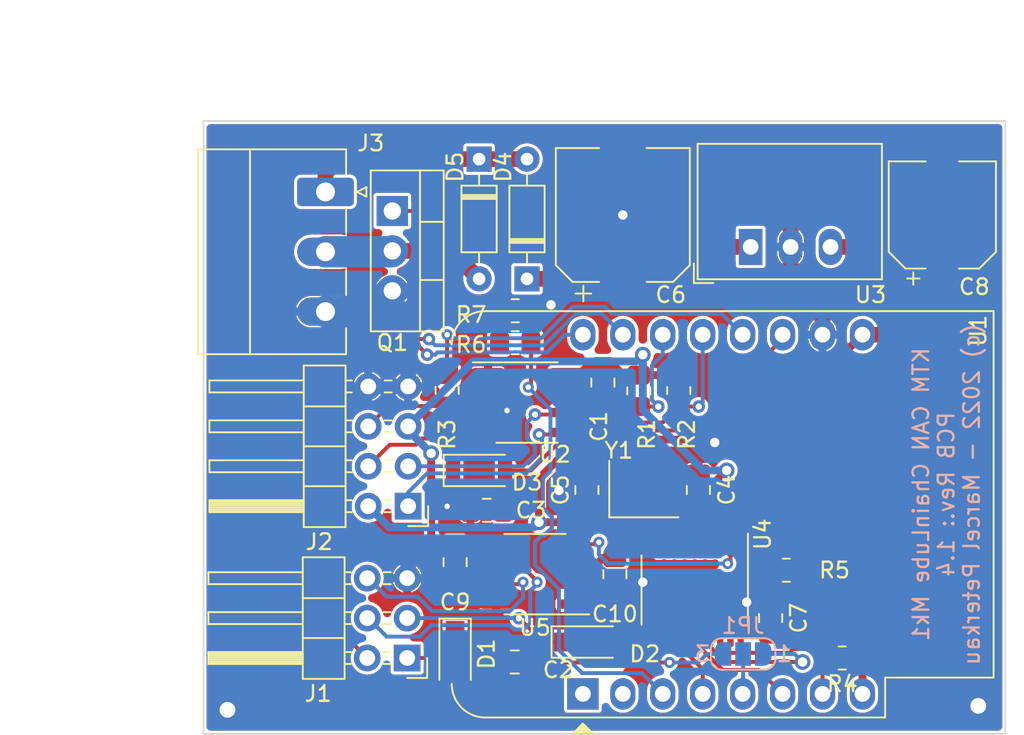
<source format=kicad_pcb>
(kicad_pcb (version 20211014) (generator pcbnew)

  (general
    (thickness 1.6)
  )

  (paper "A4")
  (layers
    (0 "F.Cu" signal)
    (31 "B.Cu" signal)
    (32 "B.Adhes" user "B.Adhesive")
    (33 "F.Adhes" user "F.Adhesive")
    (34 "B.Paste" user)
    (35 "F.Paste" user)
    (36 "B.SilkS" user "B.Silkscreen")
    (37 "F.SilkS" user "F.Silkscreen")
    (38 "B.Mask" user)
    (39 "F.Mask" user)
    (40 "Dwgs.User" user "User.Drawings")
    (41 "Cmts.User" user "User.Comments")
    (42 "Eco1.User" user "User.Eco1")
    (43 "Eco2.User" user "User.Eco2")
    (44 "Edge.Cuts" user)
    (45 "Margin" user)
    (46 "B.CrtYd" user "B.Courtyard")
    (47 "F.CrtYd" user "F.Courtyard")
    (48 "B.Fab" user)
    (49 "F.Fab" user)
  )

  (setup
    (pad_to_mask_clearance 0)
    (pcbplotparams
      (layerselection 0x00010fc_ffffffff)
      (disableapertmacros false)
      (usegerberextensions true)
      (usegerberattributes false)
      (usegerberadvancedattributes false)
      (creategerberjobfile false)
      (svguseinch false)
      (svgprecision 6)
      (excludeedgelayer true)
      (plotframeref false)
      (viasonmask false)
      (mode 1)
      (useauxorigin false)
      (hpglpennumber 1)
      (hpglpenspeed 20)
      (hpglpendiameter 15.000000)
      (dxfpolygonmode true)
      (dxfimperialunits true)
      (dxfusepcbnewfont true)
      (psnegative false)
      (psa4output false)
      (plotreference true)
      (plotvalue false)
      (plotinvisibletext false)
      (sketchpadsonfab false)
      (subtractmaskfromsilk true)
      (outputformat 1)
      (mirror false)
      (drillshape 0)
      (scaleselection 1)
      (outputdirectory "gerber/")
    )
  )

  (net 0 "")
  (net 1 "GND")
  (net 2 "Net-(C2-Pad1)")
  (net 3 "+5V")
  (net 4 "Net-(C3-Pad1)")
  (net 5 "Net-(D2-Pad1)")
  (net 6 "Net-(C4-Pad1)")
  (net 7 "Net-(Q1-Pad1)")
  (net 8 "MISO")
  (net 9 "+3V3")
  (net 10 "PUMP")
  (net 11 "CS")
  (net 12 "SCK")
  (net 13 "MOSI")
  (net 14 "Net-(C5-Pad1)")
  (net 15 "Net-(C6-Pad1)")
  (net 16 "VDC")
  (net 17 "Net-(JP1-Pad2)")
  (net 18 "Net-(R3-Pad2)")
  (net 19 "Net-(R5-Pad2)")
  (net 20 "unconnected-(U1-Pad1)")
  (net 21 "unconnected-(U1-Pad2)")
  (net 22 "Net-(U4-Pad1)")
  (net 23 "Net-(U4-Pad2)")
  (net 24 "unconnected-(U4-Pad3)")
  (net 25 "unconnected-(U4-Pad4)")
  (net 26 "unconnected-(U4-Pad5)")
  (net 27 "unconnected-(U4-Pad6)")
  (net 28 "unconnected-(U4-Pad7)")
  (net 29 "unconnected-(U4-Pad11)")
  (net 30 "unconnected-(U4-Pad12)")
  (net 31 "unconnected-(U4-Pad13)")
  (net 32 "unconnected-(U4-Pad15)")
  (net 33 "Net-(D1-Pad1)")
  (net 34 "CAN_L")
  (net 35 "CAN_H")
  (net 36 "Net-(J2-Pad1)")
  (net 37 "Net-(J2-Pad3)")
  (net 38 "Net-(J2-Pad6)")
  (net 39 "SERIAL_RX")
  (net 40 "Net-(D3-Pad1)")
  (net 41 "Net-(D5-Pad2)")
  (net 42 "SERIAL_TX")

  (footprint "Capacitor_SMD:C_0805_2012Metric_Pad1.18x1.45mm_HandSolder" (layer "F.Cu") (at 126.4705 84.836 180))

  (footprint "Capacitor_SMD:C_0805_2012Metric_Pad1.18x1.45mm_HandSolder" (layer "F.Cu") (at 128.2485 94.488 180))

  (footprint "Diode_SMD:D_SOD-123" (layer "F.Cu") (at 132.842 93.218))

  (footprint "Resistor_SMD:R_0805_2012Metric_Pad1.20x1.40mm_HandSolder" (layer "F.Cu") (at 123.952 77.2 90))

  (footprint "Resistor_SMD:R_0805_2012Metric_Pad1.20x1.40mm_HandSolder" (layer "F.Cu") (at 128.286 74.168))

  (footprint "Module:WEMOS_D1_mini_light" (layer "F.Cu") (at 132.588 96.52 90))

  (footprint "Capacitor_SMD:CP_Elec_6.3x7.7" (layer "F.Cu") (at 155.448 66.04 90))

  (footprint "Resistor_SMD:R_0805_2012Metric_Pad1.20x1.40mm_HandSolder" (layer "F.Cu") (at 128.286 72.136))

  (footprint "Diode_SMD:D_SOD-123" (layer "F.Cu") (at 125.984 82.296))

  (footprint "Converter_DCDC:Converter_DCDC_RECOM_R-78E-0.5_THT" (layer "F.Cu") (at 143.256 68.072))

  (footprint "Package_TO_SOT_THT:TO-220-3_Vertical" (layer "F.Cu") (at 120.467 65.786 -90))

  (footprint "Capacitor_SMD:CP_Elec_8x10" (layer "F.Cu") (at 135.128 66.04 90))

  (footprint "Capacitor_SMD:C_0805_2012Metric_Pad1.18x1.45mm_HandSolder" (layer "F.Cu") (at 133.858 76.708 -90))

  (footprint "Diode_THT:D_DO-35_SOD27_P7.62mm_Horizontal" (layer "F.Cu") (at 129.032 70.104 90))

  (footprint "Resistor_SMD:R_0805_2012Metric_Pad1.20x1.40mm_HandSolder" (layer "F.Cu") (at 138.684 77.216 90))

  (footprint "Resistor_SMD:R_0805_2012Metric_Pad1.20x1.40mm_HandSolder" (layer "F.Cu") (at 136.144 77.232 90))

  (footprint "Package_SO:SOIC-8_3.9x4.9mm_P1.27mm" (layer "F.Cu") (at 129.032 77.978))

  (footprint "Diode_THT:D_DO-35_SOD27_P7.62mm_Horizontal" (layer "F.Cu") (at 125.984 62.484 -90))

  (footprint "Package_SO:TSSOP-20_4.4x6.5mm_P0.65mm" (layer "F.Cu") (at 139.7 89.916 -90))

  (footprint "Connector_PinHeader_2.54mm:PinHeader_2x04_P2.54mm_Horizontal" (layer "F.Cu") (at 121.474 84.572 180))

  (footprint "Package_SO:SOIC-8_3.9x4.9mm_P1.27mm" (layer "F.Cu") (at 129.54 88.9 180))

  (footprint "Capacitor_SMD:C_0805_2012Metric_Pad1.18x1.45mm_HandSolder" (layer "F.Cu") (at 144.526 91.694 90))

  (footprint "Crystal:Crystal_SMD_EuroQuartz_X22-4Pin_2.5x2.0mm_HandSoldering" (layer "F.Cu") (at 136.4645 83.482))

  (footprint "Capacitor_SMD:C_0805_2012Metric_Pad1.18x1.45mm_HandSolder" (layer "F.Cu") (at 139.9325 83.5445 90))

  (footprint "Capacitor_SMD:C_0805_2012Metric_Pad1.18x1.45mm_HandSolder" (layer "F.Cu") (at 134.62 88.9 -90))

  (footprint "Capacitor_SMD:C_0805_2012Metric_Pad1.18x1.45mm_HandSolder" (layer "F.Cu") (at 124.46 88.138 -90))

  (footprint "Connector_Phoenix_MC:PhoenixContact_MC_1,5_3-G-3.81_1x03_P3.81mm_Horizontal" (layer "F.Cu") (at 116.2165 64.571 -90))

  (footprint "Connector_PinHeader_2.54mm:PinHeader_2x03_P2.54mm_Horizontal" (layer "F.Cu") (at 121.412 94.234 180))

  (footprint "Resistor_SMD:R_0805_2012Metric_Pad1.20x1.40mm_HandSolder" (layer "F.Cu") (at 145.526 88.646 180))

  (footprint "Resistor_SMD:R_0805_2012Metric_Pad1.20x1.40mm_HandSolder" (layer "F.Cu") (at 149.082 94.234 180))

  (footprint "Diode_SMD:D_SOD-123" (layer "F.Cu") (at 124.46 93.98 -90))

  (footprint "Capacitor_SMD:C_0805_2012Metric_Pad1.18x1.45mm_HandSolder" (layer "F.Cu") (at 132.842 83.5445 90))

  (footprint "Jumper:SolderJumper-3_P1.3mm_Open_RoundedPad1.0x1.5mm_NumberLabels" (layer "B.Cu") (at 142.778 93.98 180))

  (gr_line (start 159.458 99.06) (end 108.458 99.06) (layer "Edge.Cuts") (width 0.1) (tstamp 626679e8-6101-4722-ac57-5b8d9dab4c8b))
  (gr_line (start 108.458 60.06) (end 159.458 60.06) (layer "Edge.Cuts") (width 0.1) (tstamp 9f782c92-a5e8-49db-bfda-752b35522ce4))
  (gr_line (start 108.458 99.06) (end 108.458 60.06) (layer "Edge.Cuts") (width 0.1) (tstamp ccc4cc25-ac17-45ef-825c-e079951ffb21))
  (gr_line (start 159.458 60.06) (end 159.458 99.06) (layer "Edge.Cuts") (width 0.1) (tstamp da6f4122-0ecc-496f-b0fd-e4abef534976))
  (gr_text "KTM CAN ChainLube Mk1\nPCB Rev.: 1.4\n(c) 2022 - Marcel Peterkau" (at 155.702 83.82 90) (layer "B.SilkS") (tstamp 00000000-0000-0000-0000-000061de6936)
    (effects (font (size 1 1) (thickness 0.15)) (justify mirror))
  )
  (dimension (type aligned) (layer "Dwgs.User") (tstamp 7d0dab95-9e7a-486e-a1d7-fc48860fd57d)
    (pts (xy 108.458 99.06) (xy 108.458 60.06))
    (height -6.857999)
    (gr_text "39.0000 mm" (at 100.450001 79.56 90) (layer "Dwgs.User") (tstamp 7d0dab95-9e7a-486e-a1d7-fc48860fd57d)
      (effects (font (size 1 1) (thickness 0.15)))
    )
    (format (units 2) (units_format 1) (precision 4))
    (style (thickness 0.15) (arrow_length 1.27) (text_position_mode 0) (extension_height 0.58642) (extension_offset 0) keep_text_aligned)
  )
  (dimension (type aligned) (layer "Dwgs.User") (tstamp a7f25f41-0b4c-4430-b6cd-b2160b2db099)
    (pts (xy 108.458 60.06) (xy 159.458 60.06))
    (height -5.703999)
    (gr_text "51.0000 mm" (at 133.958 53.206001) (layer "Dwgs.User") (tstamp a7f25f41-0b4c-4430-b6cd-b2160b2db099)
      (effects (font (size 1 1) (thickness 0.15)))
    )
    (format (units 2) (units_format 1) (precision 4))
    (style (thickness 0.15) (arrow_length 1.27) (text_position_mode 0) (extension_height 0.58642) (extension_offset 0) keep_text_aligned)
  )

  (segment (start 134.069 81.28) (end 139.954 81.28) (width 0.5) (layer "F.Cu") (net 1) (tstamp 02e83b5e-9e3e-4ade-ae84-779a28212057))
  (segment (start 132.015 89.535) (end 132.969 89.535) (width 0.5) (layer "F.Cu") (net 1) (tstamp 0ecd8cf9-2db6-4dc0-85dc-4dbe645ca936))
  (segment (start 135.8685 89.9375) (end 136.398 89.408) (width 0.5) (layer "F.Cu") (net 1) (tstamp 1481a326-a01e-412c-80c1-59b5573ed7b1))
  (segment (start 140.716 80.518) (end 140.97 80.518) (width 0.5) (layer "F.Cu") (net 1) (tstamp 2364bc60-2c89-4a69-bb28-4cf85dbaf24b))
  (segment (start 133.3715 89.9375) (end 134.62 89.9375) (width 0.5) (layer "F.Cu") (net 1) (tstamp 27fb955a-2d8b-43e0-bdde-0e7f31ac7bf7))
  (segment (start 145.796 69.596) (end 147.828 71.628) (width 1) (layer "F.Cu") (net 1) (tstamp 2a1de22d-6451-488d-af77-0bf8841bd695))
  (segment (start 139.954 81.28) (end 139.954 82.4855) (width 0.5) (layer "F.Cu") (net 1) (tstamp 2c296fff-34b9-47cf-a5da-bd55fc261ece))
  (segment (start 130.683 89.535) (end 130.683 88.790151) (width 0.5) (layer "F.Cu") (net 1) (tstamp 2c35ac53-fddb-41aa-8c77-71b213a7d568))
  (segment (start 145.796 66.04) (end 142.748 62.992) (width 1) (layer "F.Cu") (net 1) (tstamp 2c60448a-e30f-46b2-89e1-a44f51688efc))
  (segment (start 128.143 77.343) (end 126.557 77.343) (width 0.5) (layer "F.Cu") (net 1) (tstamp 39b46d22-08bc-4502-8e6e-5a88c1961636))
  (segment (start 126.557 79.883) (end 125.095 79.883) (width 0.5) (layer "F.Cu") (net 1) (tstamp 3d3106cd-0843-4c05-a011-aad82b16a340))
  (segment (start 132.969 89.535) (end 133.3715 89.9375) (width 0.5) (layer "F.Cu") (net 1) (tstamp 47c7ada3-065f-483c-87bc-5e58c17670f6))
  (segment (start 129.286 72.136) (end 129.66104 71.76096) (width 0.5) (layer "F.Cu") (net 1) (tstamp 48e9104a-8df0-4ef3-a087-ec0002e1fb3c))
  (segment (start 130.477014 89.739169) (end 130.478831 89.739169) (width 0.5) (layer "F.Cu") (net 1) (tstamp 4946bbaa-c42f-4927-a0e4-5d643349a624))
  (segment (start 125.476 81.534) (end 125.476 81.788) (width 0.5) (layer "F.Cu") (net 1) (tstamp 4a911102-c769-4b39-89f9-b742b139bd1c))
  (segment (start 130.683 89.535) (end 130.478831 89.739169) (width 0.5) (layer "F.Cu") (net 1) (tstamp 4b13bdf7-6df5-4855-8df9-122c101e0d1c))
  (segment (start 148.496 63.34) (end 145.796 66.04) (width 1) (layer "F.Cu") (net 1) (tstamp 4b1fce17-dec7-457e-ba3b-a77604e77dc9))
  (segment (start 134.014989 82.507) (end 134.014989 81.334011) (width 0.5) (layer "F.Cu") (net 1) (tstamp 51ade803-e43f-415b-acf1-cbe9b60e0555))
  (segment (start 130.683 88.790151) (end 128.138329 86.24548) (width 0.5) (layer "F.Cu") (net 1) (tstamp 539a2a36-19bf-4dcf-8e64-b9ab81c9405b))
  (segment (start 124.46 89.1755) (end 121.4905 89.1755) (width 0.5) (layer "F.Cu") (net 1) (tstamp 54e2ac8d-fd82-4bc2-930e-4d687add0e14))
  (segment (start 126.557 79.883) (end 126.557 78.613) (width 0.5) (layer "F.Cu") (net 1) (tstamp 599ecd1e-d3bd-40f8-ad47-431d1392e2e7))
  (segment (start 125.603 90.805) (end 125.095 90.805) (width 0.5) (layer "F.Cu") (net 1) (tstamp 5b7f2563-a716-405e-af91-532512fee402))
  (segment (start 139.954 82.4855) (end 139.9325 82.507) (width 0.5) (layer "F.Cu") (net 1) (tstamp 5c9c590b-fa70-4456-94bd-401f97b11fdf))
  (segment (start 125.095 79.883) (end 124.908519 80.069481) (width 0.5) (layer "F.Cu") (net 1) (tstamp 5efdd3ce-8ab4-49cd-a3d2-130d8e1772fe))
  (segment (start 134.958 89.789) (end 134.874 89.873) (width 0.5) (layer "F.Cu") (net 1) (tstamp 65cfeff3-b4f8-4019-a385-47d8468a529a))
  (segment (start 145.796 68.072) (end 145.796 69.596) (width 1) (layer "F.Cu") (net 1) (tstamp 6ac3ab53-7523-4805-bfd2-5de19dff127e))
  (segment (start 134.62 89.9375) (end 135.8685 89.9375) (width 0.5) (layer "F.Cu") (net 1) (tstamp 71f1d60b-385f-4b2a-8c0f-92a6f8634db3))
  (segment (start 132.8635 77.7455) (end 133.858 77.7455) (width 0.5) (layer "F.Cu") (net 1) (tstamp 74a9a3d0-1cfd-4b28-9fb3-c0e6949e0e5d))
  (segment (start 121.4905 89.1755) (end 121.474 89.159) (width 0.5) (layer "F.Cu") (net 1) (tstamp 77371015-d9e8-42e5-94ba-c3534ef4de66))
  (segment (start 135.128 62.79) (end 135.128 66.04) (width 1) (layer "F.Cu") (net 1) (tstamp 7c38b2b3-b345-474d-ac96-82bb563978c8))
  (segment (start 124.908519 80.069481) (end 124.908519 80.966519) (width 0.5) (layer "F.Cu") (net 1) (tstamp 812753a0-56fe-400f-a441-80c8401da8b1))
  (segment (start 124.206 70.866) (end 120.467 70.866) (width 0.5) (layer "F.Cu") (net 1) (tstamp 847162b7-60e9-433d-b3d2-4968b0b6bdb7))
  (segment (start 155.448 63.34) (end 148.496 63.34) (width 1) (layer "F.Cu") (net 1) (tstamp 869d6302-ae22-478f-9723-3feacbb12eef))
  (segment (start 127.065 90.805) (end 129.411183 90.805) (width 0.5) (layer "F.Cu") (net 1) (tstamp 86d1e3c7-32dc-4b5c-b20c-8c411311de6d))
  (segment (start 129.833489 77.343) (end 129.833489 77.430511) (width 0.5) (layer "F.Cu") (net 1) (tstamp 8863e1d8-08ba-4f33-9d6e-204128050245))
  (segment (start 136.775 89.031) (end 136.775 88.007) (width 0.5) (layer "F.Cu") (net 1) (tstamp 894ae735-1f6b-4f3c-8e47-123bc510fdde))
  (segment (start 126.557 76.073) (end 125.10152 76.073) (width 0.5) (layer "F.Cu") (net 1) (tstamp 8e14207c-4a47-40d1-898a-0a0a2a181c49))
  (segment (start 142.748 62.992) (end 135.33 62.992) (width 1) (layer "F.Cu") (net 1) (tstamp 901440f4-e2a6-4447-83cc-f58a2b26f5c4))
  (segment (start 125.433 86.063) (end 125.433 84.836) (width 0.5) (layer "F.Cu") (net 1) (tstamp 92cf20b0-d670-49bf-8912-cb6ea62dd9b3))
  (segment (start 124.908519 80.966519) (end 125.476 81.534) (width 0.5) (layer "F.Cu") (net 1) (tstamp 9766a616-6758-409f-bb1f-c6a9b20b19e0))
  (segment (start 128.138329 86.24548) (end 125.61548 86.24548) (width 0.5) (layer "F.Cu") (net 1) (tstamp 99bb1ab5-f422-4900-ad86-feb26826507f))
  (segment (start 127.065 90.805) (end 125.603 90.805) (width 0.5) (layer "F.Cu") (net 1) (tstamp 9e51e7ec-f94c-4825-b274-6a488fcd5e66))
  (segment (start 143.63104 71.76096) (end 130.556 71.76096) (width 0.5) (layer "F.Cu") (net 1) (tstamp a5d9e28c-c166-4db4-ac9c-9fcf7df6c7f8))
  (segment (start 147.828 71.628) (end 147.828 73.66) (width 1) (layer "F.Cu") (net 1) (tstamp a8219a78-6b33-4efa-a789-6a67ce8f7a50))
  (segment (start 126.557 76.073) (end 126.557 76.011) (width 0.5) (layer "F.Cu") (net 1) (tstamp ba8cd77a-fca6-43ed-b4a5-e700224a7f42))
  (segment (start 129.373511 77.890489) (end 128.690489 77.890489) (width 0.5) (layer "F.Cu") (net 1) (tstamp bb50e2b1-7d64-4d79-8df0-8a05ca9a6bca))
  (segment (start 132.015 89.535) (end 130.683 89.535) (width 0.5) (layer "F.Cu") (net 1) (tstamp bc3df64e-b307-4a81-8149-89fd91222c58))
  (segment (start 125.61548 86.24548) (end 125.433 86.063) (width 0.5) (layer "F.Cu") (net 1) (tstamp bca170b0-60c4-4721-b2f0-03b13d9c15f9))
  (segment (start 139.954 81.28) (end 140.716 80.518) (width 0.5) (layer "F.Cu") (net 1) (tstamp c16231d6-60b0-4370-ac3b-c2be76952905))
  (segment (start 127.211 94.488) (end 127.211 92.921) (width 0.5) (layer "F.Cu") (net 1) (tstamp c36f83ef-ac7f-4545-bddd-047c16433732))
  (segment (start 143.63104 71.76096) (end 145.796 69.596) (width 0.5) (layer "F.Cu") (net 1) (tstamp c4564d51-ad25-4dfa-8b5d-fad220ea5887))
  (segment (start 129.411183 90.805) (end 130.477014 89.739169) (width 0.5) (layer "F.Cu") (net 1) (tstamp c60463ac-c6b1-4729-991f-c4ed5854c0b6))
  (segment (start 131.507 77.343) (end 132.461 77.343) (width 0.5) (layer "F.Cu") (net 1) (tstamp c6330284-aa51-475a-84a6-206e7a5204c7))
  (segment (start 125.222 71.882) (end 124.206 70.866) (width 0.5) (layer "F.Cu") (net 1) (tstamp c8fad29f-33d0-484c-a2e6-5c4e1f5f4dcf))
  (segment (start 125.476 81.788) (end 125.476 84.793) (width 0.5) (layer "F.Cu") (net 1) (tstamp cb02a36d-0671-4e7e-8644-a4d35c239e77))
  (segment (start 125.10152 74.79648) (end 125.222 74.676) (width 0.5) (layer "F.Cu") (net 1) (tstamp cb25735a-b132-4c74-890d-e599e21a483f))
  (segment (start 125.222 74.676) (end 125.222 71.882) (width 0.5) (layer "F.Cu") (net 1) (tstamp cc2ad012-aa91-4346-af92-765e780b3d50))
  (segment (start 136.398 89.408) (end 136.775 89.031) (width 0.5) (layer "F.Cu") (net 1) (tstamp ceb238be-4d66-4c36-ba78-fd5c1679982f))
  (segment (start 145.796 68.072) (end 145.796 66.04) (width 1) (layer "F.Cu") (net 1) (tstamp d66d3c12-11ce-4566-9a45-962e329503d8))
  (segment (start 135.33 62.992) (end 135.128 62.79) (width 1) (layer "F.Cu") (net 1) (tstamp d7e5a060-eb57-4238-9312-26bc885fc97d))
  (segment (start 132.842 82.507) (end 134.014989 82.507) (width 0.5) (layer "F.Cu") (net 1) (tstamp d8a614a7-d331-4699-bc67-fe05d0be8e0a))
  (segment (start 126.557 77.343) (end 126.557 78.613) (width 0.5) (layer "F.Cu") (net 1) (tstamp d94e3a38-fe9f-4dc7-93b3-efcf75411149))
  (segment (start 131.507 77.343) (end 129.833489 77.343) (width 0.5) (layer "F.Cu") (net 1) (tstamp da30c951-4974-441a-a423-042fccec00a0))
  (segment (start 143.0235 90.6565) (end 143.002 90.678) (width 0.5) (layer "F.Cu") (net 1) (tstamp dbc02433-56f1-4549-9ae9-af7ff89a1101))
  (segment (start 124.46 90.17) (end 124.46 89.1755) (width 0.5) (layer "F.Cu") (net 1) (tstamp dc0e9d4f-27e0-42cf-98e5-9501b99079af))
  (segment (start 125.603 91.313) (end 125.603 90.805) (width 0.5) (layer "F.Cu") (net 1) (tstamp dfdf35dd-a9f5-4b2c-b962-0388d5bb48cf))
  (segment (start 134.014989 81.334011) (end 134.069 81.28) (width 0.5) (layer "F.Cu") (net 1) (tstamp e30a5a88-0e2c-4697-83e1-67e595a79d8d))
  (segment (start 128.690489 77.890489) (end 128.143 77.343) (width 0.5) (layer "F.Cu") (net 1) (tstamp e34a0579-3409-466e-a7c5-cfdb76a3e567))
  (segment (start 127.211 92.921) (end 125.603 91.313) (width 0.5) (layer "F.Cu") (net 1) (tstamp e5f2826e-349c-4dad-9c64-46ddd2386065))
  (segment (start 125.476 84.793) (end 125.433 84.836) (width 0.5) (layer "F.Cu") (net 1) (tstamp e8248a91-ad69-49cb-bcdc-6d1a63c7ad1b))
  (segment (start 129.833489 77.430511) (end 129.373511 77.890489) (width 0.5) (layer "F.Cu") (net 1) (tstamp eb8841bc-c327-4b86-96d3-7928fa8a85d9))
  (segment (start 126.557 76.073) (end 126.557 77.343) (width 0.5) (layer "F.Cu") (net 1) (tstamp ec59debd-e10a-46dd-b754-83b8d53031fe))
  (segment (start 144.526 90.6565) (end 143.0235 90.6565) (width 0.5) (layer "F.Cu") (net 1) (tstamp edb205e3-82ad-41b2-814d-258ef9dd6cff))
  (segment (start 125.095 90.805) (end 124.46 90.17) (width 0.5) (layer "F.Cu") (net 1) (tstamp f5330c53-853e-4b5d-8eae-daa54a337cc1))
  (segment (start 132.461 77.343) (end 132.8635 77.7455) (width 0.5) (layer "F.Cu") (net 1) (tstamp f61cd545-a0d2-48b1-8ad5-43a725554575))
  (segment (start 136.775 87.0535) (end 136.775 88.007) (width 0.25) (layer "F.Cu") (net 1) (tstamp fe1f03aa-a582-44f6-84d0-e32aa2adf154))
  (segment (start 125.10152 76.073) (end 125.10152 74.79648) (width 0.5) (layer "F.Cu") (net 1) (tstamp ff59ecd7-ab5f-46ab-9c75-69ba1b7dfd25))
  (via (at 123.952 84.582) (size 0.7) (drill 0.35) (layers "F.Cu" "B.Cu") (free) (net 1) (tstamp 0df41557-44f9-480b-a1d8-131d8c71e47f))
  (via (at 131.064 83.566) (size 1) (drill 0.6) (layers "F.Cu" "B.Cu") (free) (net 1) (tstamp 1f8bc4bf-7362-45c2-9423-472842c52015))
  (via (at 140.97 80.518) (size 1) (drill 0.6) (layers "F.Cu" "B.Cu") (net 1) (tstamp 520dec4d-0bb1-4857-8ea3-0970131c9076))
  (via (at 130.556 71.76096) (size 1) (drill 0.6) (layers "F.Cu" "B.Cu") (net 1) (tstamp 6a340c1c-635d-4858-b0e8-1281d6b7c410))
  (via (at 127.762 78.486) (size 0.7) (drill 0.35) (layers "F.Cu" "B.Cu") (free) (net 1) (tstamp 6a545a74-27a5-477c-9457-772e733fda89))
  (via (at 109.982 97.536) (size 2) (drill 1) (layers "F.Cu" "B.Cu") (free) (net 1) (tstamp a597b624-5f91-48e4-bfda-7a3f4ae3004c))
  (via (at 157.734 97.282) (size 2) (drill 1) (layers "F.Cu" "B.Cu") (free) (net 1) (tstamp c74f4aa4-d49b-4490-b797-127e25ebb8a3))
  (via (at 136.398 89.408) (size 1) (drill 0.6) (layers "F.Cu" "B.Cu") (net 1) (tstamp ca31c17c-76a3-4514-9a50-8dfcd1bb585f))
  (via (at 143.002 90.678) (size 1) (drill 0.6) (layers "F.Cu" "B.Cu") (net 1) (tstamp d81764f7-7042-4475-b793-646a2baa3a97))
  (via (at 135.128 66.04) (size 1) (drill 0.6) (layers "F.Cu" "B.Cu") (net 1) (tstamp f8cc9334-ce8f-45de-9a02-e9591e1eaf80))
  (segment (start 122.936 70.866) (end 120.467 70.866) (width 1) (layer "B.Cu") (net 1) (tstamp 0374e6be-7021-4b22-92de-71482e8c07b1))
  (segment (start 127.762 66.04) (end 122.936 70.866) (width 1) (layer "B.Cu") (net 1) (tstamp 0d9c0a1e-feb3-4ca3-a3ff-be9f999d103f))
  (segment (start 120.396 86.868) (end 121.474 87.946) (width 1) (layer "B.Cu") (net 1) (tstamp 17a711cb-86ad-4a8f-9a59-e70e1ec0f313))
  (segment (start 117.384489 85.21383) (end 119.038659 86.868) (width 1) (layer "B.Cu") (net 1) (tstamp 2d35569e-2e7f-481b-9cb8-b3c961520f88))
  (segment (start 121.474 76.952) (end 121.474 72.452) (width 1) (layer "B.Cu") (net 1) (tstamp 388281e1-b43d-4b8f-b65e-306c154ee8a1))
  (segment (start 116.2165 72.191) (end 119.142 72.191) (width 2) (layer "B.Cu") (net 1) (tstamp 3b38e200-5213-4741-8921-424e73ac94ff))
  (segment (start 120.467 71.445) (end 120.467 70.866) (width 1) (layer "B.Cu") (net 1) (tstamp 4abcf011-562b-4c72-9626-ca4d60ddc6b5))
  (segment (start 137.668 90.678) (end 136.398 89.408) (width 0.5) (layer "B.Cu") (net 1) (tstamp 4bd43a87-7d39-4ebf-8917-178052502997))
  (segment (start 122.936 70.866) (end 123.83096 71.76096) (width 0.5) (layer "B.Cu") (net 1) (tstamp 4f6a756d-e584-4ac8-ab38-7f7d1bbf7588))
  (segment (start 119.038659 86.868) (end 120.396 86.868) (width 1) (layer "B.Cu") (net 1) (tstamp 6006d06c-eb29-415a-9223-b4981614af59))
  (segment (start 118.934 76.952) (end 121.474 76.952) (width 1) (layer "B.Cu") (net 1) (tstamp 6b513407-4258-4298-bdc5-7f43834901ad))
  (segment (start 147.828 74.93) (end 147.828 73.66) (width 0.5) (layer "B.Cu") (net 1) (tstamp 73fc1d88-c1fe-4dfa-9da0-a801eb35dad2))
  (segment (start 119.142 72.191) (end 120.467 70.866) (width 2) (layer "B.Cu") (net 1) (tstamp 7d73123d-9e7d-4fa1-a550-8de11d57b61b))
  (segment (start 143.002 90.678) (end 137.668 90.678) (width 0.5) (layer "B.Cu") (net 1) (tstamp 85d1ae83-aad0-4179-bcbb-495676c1645d))
  (segment (start 118.934 76.952) (end 117.384489 78.501511) (width 1) (layer "B.Cu") (net 1) (tstamp 8c47d839-e165-40a3-87c7-43f32cc2f38c))
  (segment (start 140.97 80.518) (end 145.796 75.692) (width 0.5) (layer "B.Cu") (net 1) (tstamp a4764aa0-4283-4790-985a-80638f1cfc06))
  (segment (start 147.066 75.692) (end 147.828 74.93) (width 0.5) (layer "B.Cu") (net 1) (tstamp b2f0a346-a19c-480a-86a4-af2760a5b2d9))
  (segment (start 145.796 75.692) (end 147.066 75.692) (width 0.5) (layer "B.Cu") (net 1) (tstamp b4186ac5-37ee-4b4d-9650-2273aa425fb1))
  (segment (start 121.474 72.452) (end 120.467 71.445) (width 1) (layer "B.Cu") (net 1) (tstamp b723dd4d-3139-4c12-abfa-ef53ffd84e13))
  (segment (start 123.83096 71.76096) (end 130.556 71.76096) (width 0.5) (layer "B.Cu") (net 1) (tstamp b7558265-246f-4822-9847-c64c1a42e79e))
  (segment (start 117.384489 78.501511) (end 117.384489 85.21383) (width 1) (layer "B.Cu") (net 1) (tstamp bf89bd8e-7bfa-45a7-aed0-20dd7b2dc02c))
  (segment (start 121.474 87.946) (end 121.474 89.159) (width 1) (layer "B.Cu") (net 1) (tstamp e8ac4044-92c4-4fe4-a51b-30bcb1e58cdd))
  (segment (start 135.128 66.04) (end 127.762 66.04) (width 1) (layer "B.Cu") (net 1) (tstamp fab7160d-3f96-48f3-87ed-6b95d8fa3777))
  (segment (start 130.525027 94.518973) (end 135.351027 94.518973) (width 0.25) (layer "F.Cu") (net 2) (tstamp 48ac32b7-e9c5-46f5-acdf-454f7291c86f))
  (segment (start 135.351027 94.518973) (end 138.096169 94.518973) (width 0.25) (layer "F.Cu") (net 2) (tstamp 665cd4c9-9c8a-4c3b-9cb1-e64fa27ce651))
  (segment (start 129.286 94.488) (end 130.494054 94.488) (width 0.25) (layer "F.Cu") (net 2) (tstamp 6c1c214c-3783-4fd2-97f7-4af12afe327b))
  (segment (start 134.492 93.218) (end 134.492 93.659946) (width 0.25) (layer "F.Cu") (net 2) (tstamp 739630ca-1aa6-407c-973b-a0e49c00de40))
  (segment (start 134.492 93.659946) (end 135.351027 94.518973) (width 0.25) (layer "F.Cu") (net 2) (tstamp bff14200-cb64-4f94-819e-a61d6c096886))
  (segment (start 130.494054 94.488) (end 130.525027 94.518973) (width 0.25) (layer "F.Cu") (net 2) (tstamp f3ab6fe2-cb86-4341-92a0-edcb2ecd7924))
  (via (at 138.096169 94.518973) (size 0.7) (drill 0.35) (layers "F.Cu" "B.Cu") (net 2) (tstamp 86077666-877b-4591-8e29-2564a8e2e774))
  (segment (start 140.462 93.98) (end 141.478 93.98) (width 0.25) (layer "B.Cu") (net 2) (tstamp 2ce2b049-2548-4170-8945-8cdf79ab49f6))
  (segment (start 139.923027 94.518973) (end 140.462 93.98) (width 0.25) (layer "B.Cu") (net 2) (tstamp 32673eaf-91bd-49a2-9796-7c789aa7902e))
  (segment (start 138.096169 94.518973) (end 139.923027 94.518973) (width 0.25) (layer "B.Cu") (net 2) (tstamp 4647addc-a19e-48e3-956a-9161445bc119))
  (segment (start 133.477 88.265) (end 132.015 88.265) (width 0.5) (layer "F.Cu") (net 3) (tstamp 0e3e3740-55dc-4a6b-8c64-11c6c6aadb79))
  (segment (start 144.839108 75.184) (end 139.692589 80.330519) (width 0.5) (layer "F.Cu") (net 3) (tstamp 10c41809-3d7b-42c3-8f0f-1634cf7e3d56))
  (segment (start 139.692589 80.330519) (end 133.841974 80.33052) (width 0.5) (layer "F.Cu") (net 3) (tstamp 1d8d99c0-7b6a-461b-8f4a-a564868177e3))
  (segment (start 154.432 73.66) (end 150.368 73.66) (width 1) (layer "F.Cu") (net 3) (tstamp 20caf6d2-76a7-497e-ac56-f6d31eb9027b))
  (segment (start 155.448 72.644) (end 154.432 73.66) (width 1) (layer "F.Cu") (net 3) (tstamp 2f291a4b-4ecb-4692-9ad2-324f9784c0d4))
  (segment (start 133.079975 81.092519) (end 131.50548 81.09252) (width 0.5) (layer "F.Cu") (net 3) (tstamp 36d9f170-93ef-428f-8380-8a44839cc197))
  (segment (start 133.841974 80.33052) (end 133.079975 81.092519) (width 0.5) (layer "F.Cu") (net 3) (tstamp 5c716e63-bbf1-426e-884a-0023becb8994))
  (segment (start 148.844 75.184) (end 144.839108 75.184) (width 0.5) (layer "F.Cu") (net 3) (tstamp 6fc3ecea-d9bf-4d0c-83b9-9dc583ef6406))
  (segment (start 155.448 68.74) (end 155.448 72.644) (width 1) (layer "F.Cu") (net 3) (tstamp 759788bd-3cb9-4d38-b58c-5cb10b7dca6b))
  (segment (start 150.368 73.66) (end 148.844 75.184) (width 0.5) (layer "F.Cu") (net 3) (tstamp 827091ff-9210-4ce2-b5fb-cadb1cd92218))
  (segment (start 134.62 86.36) (end 134.62 87.8625) (width 0.5) (layer "F.Cu") (net 3) (tstamp 89cd368b-37be-4b69-a67b-679c9513f4c9))
  (segment (start 134.62 87.8625) (end 133.8795 87.8625) (width 0.5) (layer "F.Cu") (net 3) (tstamp 90f1e464-29eb-4d7a-a9c8-9010b60a85c1))
  (segment (start 133.858 85.598) (end 134.62 86.36) (width 0.5) (layer "F.Cu") (net 3) (tstamp 95248964-9d32-4963-a9e3-2c75ee2723e8))
  (segment (start 133.8795 87.8625) (end 133.477 88.265) (width 0.5) (layer "F.Cu") (net 3) (tstamp a05aeed5-6149-4f8e-817a-f8b094c4b835))
  (segment (start 129.794 82.804) (end 129.794 85.598) (width 0.5) (layer "F.Cu") (net 3) (tstamp a5e78d5a-dd54-4bf7-8192-c7efbeca2224))
  (segment (start 148.336 68.072) (end 151.892 68.072) (width 1) (layer "F.Cu") (net 3) (tstamp bb59b92a-e4d0-4b9e-82cd-26304f5c15b8))
  (segment (start 131.50548 81.09252) (end 129.794 82.804) (width 0.5) (layer "F.Cu") (net 3) (tstamp ca57004e-1e01-44be-8308-b087760c71bf))
  (segment (start 129.794 85.598) (end 133.858 85.598) (width 0.5) (layer "F.Cu") (net 3) (tstamp d9965293-e6ca-4ce3-bedb-30fbe78ed033))
  (segment (start 151.892 68.072) (end 152.56 68.74) (width 1) (layer "F.Cu") (net 3) (tstamp f44d04c5-0d17-4d52-8328-ef3b4fdfba5f))
  (segment (start 152.56 68.74) (end 155.448 68.74) (width 1) (layer "F.Cu") (net 3) (tstamp f6983918-fe05-46ea-b355-bc522ec53440))
  (via (at 129.794 85.598) (size 1) (drill 0.6) (layers "F.Cu" "B.Cu") (net 3) (tstamp ea4fd4d4-41b4-430b-87a3-a7d40731cbee))
  (segment (start 118.934 84.572) (end 120.28048 85.91848) (width 0.5) (layer "B.Cu") (net 3) (tstamp 3a8ca7fd-475a-4271-9e38-e51f411f762d))
  (segment (start 129.47352 85.91848) (end 129.794 85.598) (width 0.5) (layer "B.Cu") (net 3) (tstamp 9350312a-39a8-496c-8f6f-1586e55c19eb))
  (segment (start 120.28048 85.91848) (end 120.789304 85.91848) (width 0.5) (layer "B.Cu") (net 3) (tstamp 9d0a8e98-f076-4380-9562-13de7b870688))
  (segment (start 120.789304 85.91848) (end 129.47352 85.91848) (width 0.5) (layer "B.Cu") (net 3) (tstamp b3f3792f-9705-4d67-8e00-c4bc00f50627))
  (segment (start 132.842 80.518) (end 133.604 79.756) (width 0.25) (layer "F.Cu") (net 4) (tstamp 11fe11a9-b7c3-4b28-af81-1a93914181e4))
  (segment (start 133.604 79.756) (end 139.454614 79.756) (width 0.25) (layer "F.Cu") (net 4) (tstamp 656f8c81-e73f-4cd7-9715-03110c70b8c6))
  (segment (start 139.454614 79.756) (end 145.288 73.922614) (width 0.25) (layer "F.Cu") (net 4) (tstamp 859d71d4-1c21-46d6-856d-14cecb73a513))
  (segment (start 127.634 82.296) (end 129.286 82.296) (width 0.25) (layer "F.Cu") (net 4) (tstamp 8c40625f-3045-4352-9869-fb0ca9c23350))
  (segment (start 127.634 82.296) (end 127.634 84.71) (width 0.25) (layer "F.Cu") (net 4) (tstamp 97be4f38-6110-4222-9ec8-5dac3bad99df))
  (segment (start 131.064 80.518) (end 132.842 80.518) (width 0.25) (layer "F.Cu") (net 4) (tstamp 9a39c323-5a23-41be-a66d-8c4915cdab33))
  (segment (start 145.288 73.922614) (end 145.288 73.66) (width 0.25) (layer "F.Cu") (net 4) (tstamp b50f381d-1ce4-4f77-96aa-876d6b5aa0d6))
  (segment (start 127.634 84.71) (end 127.508 84.836) (width 0.25) (layer "F.Cu") (net 4) (tstamp cd29cbf2-3bd7-40f9-8bf6-c2e56b83c6cc))
  (segment (start 129.286 82.296) (end 131.064 80.518) (width 0.25) (layer "F.Cu") (net 4) (tstamp d27ef3b3-20dc-41d7-bfb2-55e3575e02bc))
  (segment (start 128.513502 91.704498) (end 128.524 91.694) (width 0.25) (layer "F.Cu") (net 5) (tstamp 9516c50e-74ec-46ef-99bf-ee2b581a2d16))
  (segment (start 130.048 93.218) (end 128.524 91.694) (width 0.25) (layer "F.Cu") (net 5) (tstamp a606f3e7-906d-4ac2-ad90-ab12ada11915))
  (segment (start 131.192 93.218) (end 130.048 93.218) (width 0.25) (layer "F.Cu") (net 5) (tstamp f3305701-9dc9-40a8-8f20-22c049618566))
  (via (at 128.513502 91.704498) (size 0.8) (drill 0.4) (layers "F.Cu" "B.Cu") (net 5) (tstamp 0b841f8f-fa69-4ac8-81ba-d23fb0551660))
  (segment (start 128.503004 91.694) (end 128.513502 91.704498) (width 0.25) (layer "B.Cu") (net 5) (tstamp 42a567c3-2f14-49fc-98bc-efdab5021d19))
  (segment (start 121.412 91.694) (end 128.503004 91.694) (width 0.25) (layer "B.Cu") (net 5) (tstamp a5bf9bd3-33f6-45bc-94da-7024b431f41a))
  (segment (start 139.9325 85.3655) (end 139.9325 84.582) (width 0.25) (layer "F.Cu") (net 6) (tstamp 0bde6980-e9bc-41d3-9ba4-385d00785194))
  (segment (start 139.9325 84.582) (end 139.192 84.582) (width 0.25) (layer "F.Cu") (net 6) (tstamp 0c51aef4-f314-455a-98c4-9078f8a46b9e))
  (segment (start 138.608282 85.598) (end 139.7 85.598) (width 0.25) (layer "F.Cu") (net 6) (tstamp 2653c430-e903-4aee-bf48-c2edac67db35))
  (segment (start 138.88298 82.804) (end 138.71098 82.632) (width 0.25) (layer "F.Cu") (net 6) (tstamp 51cc304b-1ab9-46e5-952b-bfa92b7310c6))
  (segment (start 138.075 86.131282) (end 138.608282 85.598) (width 0.25) (layer "F.Cu") (net 6) (tstamp 57d0c1f0-972a-45e7-9eb2-f99f2b7124bb))
  (segment (start 138.71098 82.632) (end 137.5645 82.632) (width 0.25) (layer "F.Cu") (net 6) (tstamp 67ed3627-c6eb-4cc9-a6a8-65ea4902b81b))
  (segment (start 138.88298 84.27298) (end 138.88298 82.804) (width 0.25) (layer "F.Cu") (net 6) (tstamp 79fc5f3f-5bc3-4a9d-9103-d5c65aeebedf))
  (segment (start 138.075 87.0535) (end 138.075 86.131282) (width 0.25) (layer "F.Cu") (net 6) (tstamp 7c840df0-a104-44c6-a3a0-18b67ad5993b))
  (segment (start 139.7 85.598) (end 139.9325 85.3655) (width 0.25) (layer "F.Cu") (net 6) (tstamp c3e1a10a-8911-4569-b65e-681c9da3d6f7))
  (segment (start 139.192 84.582) (end 138.88298 84.27298) (width 0.25) (layer "F.Cu") (net 6) (tstamp c819dd58-de6f-4d8f-82f4-674474029ef6))
  (segment (start 127.286 72.136) (end 127.286 74.168) (width 0.25) (layer "F.Cu") (net 7) (tstamp 74fea7d7-28ea-422b-a980-8b2fdd660a13))
  (segment (start 124.714 65.786) (end 127.254 68.326) (width 0.25) (layer "F.Cu") (net 7) (tstamp 911a3873-9972-4266-bb91-f9100ab685d2))
  (segment (start 127.254 72.104) (end 127.286 72.136) (width 0.25) (layer "F.Cu") (net 7) (tstamp 9905b4da-2878-4f87-9d7e-8be05f16fbb8))
  (segment (start 127.254 68.326) (end 127.254 72.104) (width 0.25) (layer "F.Cu") (net 7) (tstamp c425d899-6f9d-4312-9484-691c3b492f41))
  (segment (start 124.714 65.786) (end 120.467 65.786) (width 0.25) (layer "F.Cu") (net 7) (tstamp d4b53b9a-eca5-4233-a4b7-3a585897a498))
  (segment (start 140.675 92.7785) (end 140.675 93.52552) (width 0.25) (layer "F.Cu") (net 8) (tstamp 7572b976-532a-4d5c-8114-06645e5ca447))
  (segment (start 140.675 93.52552) (end 141.63748 94.488) (width 0.25) (layer "F.Cu") (net 8) (tstamp 7c7198ce-f40c-46be-8a19-b39cfd24aab9))
  (segment (start 141.63748 94.488) (end 146.558 94.488) (width 0.25) (layer "F.Cu") (net 8) (tstamp fae6a1c6-ced9-4a78-992d-de571d6d91b5))
  (via (at 146.558 94.488) (size 1) (drill 0.6) (layers "F.Cu" "B.Cu") (net 8) (tstamp 2070603d-8d4a-4059-ad41-6c4b09fbd5fa))
  (segment (start 146.05 93.98) (end 146.558 94.488) (width 0.25) (layer "B.Cu") (net 8) (tstamp 5014bc1b-ae2c-475c-b688-28944dfad633))
  (segment (start 144.078 93.98) (end 146.05 93.98) (width 0.25) (layer "B.Cu") (net 8) (tstamp c45e337f-edff-4266-bdba-01ed18a4999c))
  (segment (start 141.10702 85.22702) (end 141.732 85.852) (width 0.5) (layer "F.Cu") (net 9) (tstamp 143af001-6e15-4ec2-a163-5784cf42fa10))
  (segment (start 136.398 75.978) (end 136.144 76.232) (width 0.5) (layer "F.Cu") (net 9) (tstamp 19b4d3ee-b675-40c3-9ba0-1fdaedd49bdc))
  (segment (start 122.936 81.2075) (end 122.936 86.868) (width 0.5) (layer "F.Cu") (net 9) (tstamp 2bbe183c-9134-4ebd-a370-7fbb93ea9062))
  (segment (start 134.5985 75.6705) (end 135.16 76.232) (width 0.5) (layer "F.Cu") (net 9) (tstamp 3782e537-de01-4221-9f4f-459468725d25))
  (segment (start 146.526 88.646) (end 146.15004 89.02196) (width 0.5) (layer "F.Cu") (net 9) (tstamp 52ba4550-c9cb-4ee5-925e-e0cdba53f459))
  (segment (start 150.368 96.52) (end 150.368 94.52) (width 0.5) (layer "F.Cu") (net 9) (tstamp 62ba636f-a188-4e85-a1ef-a2757d4e2a46))
  (segment (start 122.936 86.868) (end 123.1685 87.1005) (width 0.5) (layer "F.Cu") (net 9) (tstamp 65d19cc2-b738-4128-bb8c-4b7f595e10ca))
  (segment (start 146.5365 92.7315) (end 144.526 92.7315) (width 0.5) (layer "F.Cu") (net 9) (tstamp 749c940e-0100-478e-ab70-dcc7b06fc303))
  (segment (start 133.858 75.6705) (end 134.5985 75.6705) (width 0.5) (layer "F.Cu") (net 9) (tstamp 76fbb571-c68a-4794-9cf1-7546bd4d67c0))
  (segment (start 146.15004 89.02196) (end 146.15004 91.79404) (width 0.5) (layer "F.Cu") (net 9) (tstamp 783890e1-651f-487b-b21b-bde419f7ba6a))
  (segment (start 144.479 92.7785) (end 144.526 92.7315) (width 0.5) (layer "F.Cu") (net 9) (tstamp 7e6d800a-b2f5-4817-8dac-712081ae4955))
  (segment (start 150.082 94.234) (end 150.082 93.186) (width 0.5) (layer "F.Cu") (net 9) (tstamp 8b4d0934-2971-481c-aa83-dcd7750b9bec))
  (segment (start 132.8635 75.6705) (end 133.858 75.6705) (width 0.5) (layer "F.Cu") (net 9) (tstamp 9139401a-7292-45b4-9bfd-39af5c567a98))
  (segment (start 138.668 76.232) (end 138.684 76.216) (width 0.5) (layer "F.Cu") (net 9) (tstamp 986199a8-d072-44f6-a5ef-14afa0f660c6))
  (segment (start 123.1685 87.1005) (end 124.46 87.1005) (width 0.5) (layer "F.Cu") (net 9) (tstamp 9ca1e845-854e-4f8c-80db-d162369cd615))
  (segment (start 127.065 86.995) (end 124.5655 86.995) (width 0.5) (layer "F.Cu") (net 9) (tstamp a02f01d2-8738-4971-b3e6-2311d542fe32))
  (segment (start 132.461 76.073) (end 132.8635 75.6705) (width 0.5) (layer "F.Cu") (net 9) (tstamp a1f571a5-f0d7-469d-a35c-251fcbbf957c))
  (segment (start 146.526 86.836) (end 146.526 88.646) (width 0.5) (layer "F.Cu") (net 9) (tstamp a5ba95fd-a0ee-4a8e-94d2-731639b08414))
  (segment (start 145.542 85.852) (end 146.526 86.836) (width 0.5) (layer "F.Cu") (net 9) (tstamp a6500cd9-3bd2-4317-8da1-b5e51682978c))
  (segment (start 150.368 94.52) (end 150.082 94.234) (width 0.5) (layer "F.Cu") (net 9) (tstamp a8049c87-15af-47b0-9a0e-5c30cde49fd4))
  (segment (start 135.16 76.232) (end 136.144 76.232) (width 0.5) (layer "F.Cu") (net 9) (tstamp bedf1ce1-b07d-4e9f-9486-af6ada02f6d6))
  (segment (start 147.0875 92.7315) (end 146.5365 92.7315) (width 0.5) (layer "F.Cu") (net 9) (tstamp c2e7d5b8-4460-4843-81ca-2eb788b9f2e4))
  (segment (start 136.144 76.232) (end 138.668 76.232) (width 0.5) (layer "F.Cu") (net 9) (tstamp c818c278-6bc7-4d13-bdce-c5f585dcfa6d))
  (segment (start 124.5655 86.995) (end 124.46 87.1005) (width 0.5) (layer "F.Cu") (net 9) (tstamp cbad94e7-ec82-4444-965b-9bbc4b24e6d3))
  (segment (start 142.625 92.7785) (end 144.479 92.7785) (width 0.5) (layer "F.Cu") (net 9) (tstamp d525771b-154c-4970-b57c-af00790db16c))
  (segment (start 141.732 85.852) (end 145.542 85.852) (width 0.5) (layer "F.Cu") (net 9) (tstamp e13a34b8-b963-447a-8535-b3d072fa1381))
  (segment (start 149.6275 92.7315) (end 147.0875 92.7315) (width 0.5) (layer "F.Cu") (net 9) (tstamp e20f2502-273a-48e0-a3f5-6c948974dfa7))
  (segment (start 150.082 93.186) (end 149.6275 92.7315) (width 0.5) (layer "F.Cu") (net 9) (tstamp e6677a52-514d-4e55-8343-a98b4503e6b6))
  (segment (start 136.398 74.93) (end 136.398 75.978) (width 0.5) (layer "F.Cu") (net 9) (tstamp e8cae240-ed54-4f27-86d4-40255dc6a7bb))
  (segment (start 146.15004 91.79404) (end 147.0875 92.7315) (width 0.5) (layer "F.Cu") (net 9) (tstamp f30b8129-e998-450c-af3e-d0b0d23f7cb4))
  (segment (start 141.732 82.296) (end 141.10702 82.92098) (width 0.5) (layer "F.Cu") (net 9) (tstamp f6c7b971-7edc-41bd-89ba-ac5550f87504))
  (segment (start 141.10702 82.92098) (end 141.10702 85.22702) (width 0.5) (layer "F.Cu") (net 9) (tstamp f9ef2095-06e8-4019-b34e-188e348c6025))
  (segment (start 131.507 76.073) (end 132.461 76.073) (width 0.5) (layer "F.Cu") (net 9) (tstamp fdcde695-39b1-457e-b915-77a55ac713e1))
  (via (at 141.732 82.296) (size 1) (drill 0.6) (layers "F.Cu" "B.Cu") (net 9) (tstamp 1b106211-6757-47ef-8f39-b7dfc6c65e8a))
  (via (at 122.936 81.2075) (size 1) (drill 0.6) (layers "F.Cu" "B.Cu") (net 9) (tstamp 788f0e1c-e571-4db1-80c8-e0a6599e42f2))
  (via (at 136.398 74.93) (size 1) (drill 0.6) (layers "F.Cu" "B.Cu") (net 9) (tstamp 894e6b6e-4a13-43e2-853e-dadfb972bf7f))
  (segment (start 140.247109 82.296) (end 141.732 82.296) (width 0.5) (layer "B.Cu") (net 9) (tstamp 2ceac8e6-e7ca-4588-9e0d-b24164c97fee))
  (segment (start 121.474 79.7455) (end 122.936 81.2075) (width 0.5) (layer "B.Cu") (net 9) (tstamp 31ac586f-61a6-4a9a-9f73-0344237041df))
  (segment (start 136.398 74.93) (end 136.398 76.2) (width 0.5) (layer "B.Cu") (net 9) (tstamp 3f73ecd6-c9df-4021-a154-f27116d710ec))
  (segment (start 136.398 78.446891) (end 137.052554 79.101446) (width 0.5) (layer "B.Cu") (net 9) (tstamp 8b44b4ae-5d66-4ae5-ab69-15a52d326077))
  (segment (start 121.474 79.492) (end 121.474 79.7455) (width 0.5) (layer "B.Cu") (net 9) (tstamp 8ea73308-b025-4cd4-a1db-edc6e2f2fa8d))
  (segment (start 125.607449 75.358551) (end 135.969449 75.358551) (width 0.5) (layer "B.Cu") (net 9) (tstamp a4987387-e911-48ea-90bb-72b5c8ab9917))
  (segment (start 137.052554 79.101446) (end 140.247109 82.296) (width 0.5) (layer "B.Cu") (net 9) (tstamp ae7e3871-6507-4c41-a375-177bec5fd0e7))
  (segment (start 135.969449 75.358551) (end 136.398 74.93) (width 0.5) (layer "B.Cu") (net 9) (tstamp b28cf3f2-2a7c-4ef6-8c71-9d38fe6c1686))
  (segment (start 136.398 76.2) (end 136.398 78.446891) (width 0.5) (layer "B.Cu") (net 9) (tstamp cb1399fd-1647-4a46-b303-6689c5293974))
  (segment (start 121.474 79.492) (end 125.607449 75.358551) (width 0.5) (layer "B.Cu") (net 9) (tstamp f238d23a-492b-4459-9c7f-23f450135145))
  (segment (start 137.668 96.012) (end 137.668 96.52) (width 0.25) (layer "F.Cu") (net 10) (tstamp 3e442458-87db-4242-9e51-a060d1660cee))
  (segment (start 129.286 76.825041) (end 129.111541 76.9995) (width 0.25) (layer "F.Cu") (net 10) (tstamp 54f28ac3-9f87-4e0e-a03e-a09971295af0))
  (segment (start 129.286 74.168) (end 129.032 74.168) (width 0.25) (layer "F.Cu") (net 10) (tstamp 816f1073-c51e-427d-835f-83ad99ef5df2))
  (segment (start 129.286 74.168) (end 129.286 76.825041) (width 0.25) (layer "F.Cu") (net 10) (tstamp bce15730-1ee3-483d-8680-6de7ca995f5e))
  (via (at 129.111541 76.9995) (size 0.7) (drill 0.35) (layers "F.Cu" "B.Cu") (net 10) (tstamp 76154e1a-bed8-4693-82a9-4b9fe440c3ae))
  (segment (start 131.064 89.840593) (end 131.064 93.726) (width 0.25) (layer "B.Cu") (net 10) (tstamp 04957734-51e8-4058-99f2-01150d317435))
  (segment (start 129.111541 76.9995) (end 130.52281 78.41077) (width 0.25) (layer "B.Cu") (net 10) (tstamp 06b6bee2-f2c9-4fa6-b13b-36156efbb985))
  (segment (start 130.110547 86.447489) (end 129.951897 86.447489) (width 0.25) (layer "B.Cu") (net 10) (tstamp 1acbf071-8c8d-4a18-8036-d5cce9605a41))
  (segment (start 136.34348 95.19548) (end 137.668 96.52) (width 0.25) (layer "B.Cu") (net 10) (tstamp 33522e33-c03a-43fa-b93a-ffad285d9b81))
  (segment (start 129.54 88.316593) (end 131.064 89.840593) (width 0.25) (layer "B.Cu") (net 10) (tstamp 43250e51-921a-4cff-b95a-1a0eabd5be39))
  (segment (start 130.618511 85.939525) (end 130.110547 86.447489) (width 0.25) (layer "B.Cu") (net 10) (tstamp 44e77fa7-adda-4e89-a8cb-a12fe743bfba))
  (segment (start 130.52281 78.41077) (end 130.52281 82.32919) (width 0.25) (layer "B.Cu") (net 10) (tstamp 4886d9d7-3b7a-46cd-a06f-309fa4037ed6))
  (segment (start 131.064 93.726) (end 132.533489 95.195489) (width 0.25) (layer "B.Cu") (net 10) (tstamp 8db2cc8d-4ba9-4c46-9a6a-2505da4c7844))
  (segment (start 130.52281 82.32919) (end 130.048 82.804) (width 0.25) (layer "B.Cu") (net 10) (tstamp 90c5dc85-4e14-4c7c-9ff1-b609ab5912da))
  (segment (start 129.54 86.859386) (end 129.54 88.316593) (width 0.25) (layer "B.Cu") (net 10) (tstamp 97f58515-3a4f-4448-a950-5f5c672b5767))
  (segment (start 129.951897 86.447489) (end 129.54 86.859386) (width 0.25) (layer "B.Cu") (net 10) (tstamp a2f1fa01-3271-494c-83f5-6e84a548f31e))
  (segment (start 132.533498 95.19548) (end 136.34348 95.19548) (width 0.25) (layer "B.Cu") (net 10) (tstamp a66cc3e5-ed58-4457-a00f-1e879b33160b))
  (segment (start 130.048 82.804) (end 130.048 84.685964) (width 0.25) (layer "B.Cu") (net 10) (tstamp d1ed3424-56ac-4ab0-9325-649ec50e7919))
  (segment (start 130.618511 85.256475) (end 130.618511 85.939525) (width 0.25) (layer "B.Cu") (net 10) (tstamp db5b3b51-c17b-4728-ac7a-03a8c6280abe))
  (segment (start 132.533489 95.195489) (end 132.533498 95.19548) (width 0.25) (layer "B.Cu") (net 10) (tstamp eaa10dbb-0059-4224-97dc-c65496e8bb15))
  (segment (start 130.048 84.685964) (end 130.618511 85.256475) (width 0.25) (layer "B.Cu") (net 10) (tstamp fb24fe92-9f87-4cec-b3df-4a6d7a1f4215))
  (segment (start 147.828 96.52) (end 147.828 94.488) (width 0.25) (layer "F.Cu") (net 11) (tstamp 0ae08739-2453-49da-9fa2-116907ba3aba))
  (segment (start 147.828 94.488) (end 148.082 94.234) (width 0.25) (layer "F.Cu") (net 11) (tstamp 251fa0de-b171-4a24-bb49-e6e467785c4e))
  (segment (start 141.325 92.7785) (end 141.325 93.466361) (width 0.25) (layer "F.Cu") (net 11) (tstamp 35c97b0d-4c3e-4608-b4d9-b4da58df0f97))
  (segment (start 145.720982 93.904982) (end 145.962475 93.663489) (width 0.25) (layer "F.Cu") (net 11) (tstamp 55fc31d0-cce5-4586-bd36-edab14276f70))
  (segment (start 141.763621 93.904982) (end 145.720982 93.904982) (width 0.25) (layer "F.Cu") (net 11) (tstamp 56db0b6d-752f-414b-81eb-456f870248ae))
  (segment (start 145.962475 93.663489) (end 147.511489 93.663489) (width 0.25) (layer "F.Cu") (net 11) (tstamp 8dd49f89-b474-4ff9-b035-e87d2ad930b7))
  (segment (start 147.828 93.98) (end 148.082 93.726) (width 0.25) (layer "F.Cu") (net 11) (tstamp 97e7ea7b-7ecf-4910-8d52-3033910f074f))
  (segment (start 147.511489 93.663489) (end 148.082 94.234) (width 0.25) (layer "F.Cu") (net 11) (tstamp d8aec9ea-1224-4b0e-92b2-f41531483ead))
  (segment (start 141.325 93.466361) (end 141.763621 93.904982) (width 0.25) (layer "F.Cu") (net 11) (tstamp db049155-01a7-40ce-9a46-a09a0ae13d96))
  (segment (start 148.082 93.726) (end 147.67798 94.13002) (width 0.25) (layer "F.Cu") (net 11) (tstamp e434c601-9efc-468a-8bca-f845bf7229a5))
  (segment (start 138.725 93.466361) (end 140.208 94.949361) (width 0.25) (layer "F.Cu") (net 12) (tstamp 597a027e-d601-4410-90cf-7b0a31479cfa))
  (segment (start 138.725 92.7785) (end 138.725 93.466361) (width 0.25) (layer "F.Cu") (net 12) (tstamp 64b5178f-1fac-4497-a841-61a639df390f))
  (segment (start 140.208 94.949361) (end 140.208 96.52) (width 0.25) (layer "F.Cu") (net 12) (tstamp 66255e93-1bcc-422b-8cc4-9af5e14b35aa))
  (segment (start 141.478 94.996) (end 143.764 94.996) (width 0.25) (layer "F.Cu") (net 13) (tstamp 2f6abaa0-3f3a-445c-a9d2-46988679bd71))
  (segment (start 140.025 92.7785) (end 140.025 93.543) (width 0.25) (layer "F.Cu") (net 13) (tstamp 528fab3d-04bc-4587-a981-e9c0625df95a))
  (segment (start 143.764 94.996) (end 145.288 96.52) (width 0.25) (layer "F.Cu") (net 13) (tstamp 788ba9bf-4640-48db-a9d8-36d8a59ae1be))
  (segment (start 140.025 93.543) (end 141.478 94.996) (width 0.25) (layer "F.Cu") (net 13) (tstamp ca4c9cb2-9145-4bfb-b001-a1bf527f2e1e))
  (segment (start 132.842 84.582) (end 133.604 84.582) (width 0.25) (layer "F.Cu") (net 14) (tstamp 1c9cc526-585e-47c8-87ad-c41f879b6fd0))
  (segment (start 133.854 84.332) (end 135.3645 84.332) (width 0.25) (layer "F.Cu") (net 14) (tstamp 1cd3174d-abf3-4b68-b3c5-080aa4b78bae))
  (segment (start 135.3645 85.3265) (end 135.636 85.598) (width 0.25) (layer "F.Cu") (net 14) (tstamp 409278f4-ff24-4480-86e2-cc26c946172b))
  (segment (start 137.425 87.0535) (end 137.425 86.117) (width 0.25) (layer "F.Cu") (net 14) (tstamp 5297936d-1490-4fc6-814c-ced47b48515b))
  (segment (start 137.425 86.117) (end 136.906 85.598) (width 0.25) (layer "F.Cu") (net 14) (tstamp 61409f3f-da79-4528-ba15-299797b67a2b))
  (segment (start 133.604 84.582) (end 133.854 84.332) (width 0.25) (layer "F.Cu") (net 14) (tstamp 9247ed6e-7787-47bc-922a-0798ce0da4ce))
  (segment (start 135.3645 84.332) (end 135.3645 85.3265) (width 0.25) (layer "F.Cu") (net 14) (tstamp bd83b3d0-475b-49ee-ad48-a0c984e77f2b))
  (segment (start 136.906 85.598) (end 135.636 85.598) (width 0.25) (layer "F.Cu") (net 14) (tstamp d2780db7-45c9-4db4-a1f8-82e01f0be901))
  (segment (start 132.08 70.104) (end 129.032 70.104) (width 1) (layer "F.Cu") (net 15) (tstamp 0fc5db66-6188-4c1f-bb14-0868bef113eb))
  (segment (start 139.192 68.072) (end 137.974 69.29) (width 1) (layer "F.Cu") (net 15) (tstamp 142dd724-2a9f-4eea-ab21-209b1bc7ec65))
  (segment (start 135.128 69.29) (end 132.894 69.29) (width 1) (layer "F.Cu") (net 15) (tstamp 15a82541-58d8-45b5-99c5-fb52e017e3ea))
  (segment (start 137.974 69.29) (end 135.128 69.29) (width 1) (layer "F.Cu") (net 15) (tstamp 3c8d03bf-f31d-4aa0-b8db-a227ffd7d8d6))
  (segment (start 132.894 69.29) (end 132.08 70.104) (width 1) (layer "F.Cu") (net 15) (tstamp 3d6cdd62-5634-4e30-acf8-1b9c1dbf6653))
  (segment (start 143.256 68.072) (end 139.192 68.072) (width 1) (layer "F.Cu") (net 15) (tstamp e70b6168-f98e-4322-bc55-500948ef7b77))
  (segment (start 117.094 62.484) (end 116.2165 63.3615) (width 1) (layer "F.Cu") (net 16) (tstamp 04e4c782-518a-44e4-95e7-f070033f830b))
  (segment (start 117.094 62.484) (end 125.984 62.484) (width 1) (layer "F.Cu") (net 16) (tstamp 3b6d9f60-4269-4f95-aad5-0fc5b2b345b4))
  (segment (start 116.2165 63.3615) (end 116.2165 64.571) (width 1) (layer "F.Cu") (net 16) (tstamp 488c710a-8f1e-40ac-a896-051ac032964f))
  (segment (start 129.032 62.484) (end 125.984 62.484) (width 1) (layer "F.Cu") (net 16) (tstamp e300709f-6c72-488d-a598-efcbd6d3af54))
  (segment (start 142.778 93.98) (end 142.778 96.49) (width 0.25) (layer "B.Cu") (net 17) (tstamp 35ee3d87-0786-4a64-9a7e-7f203f2eeee8))
  (segment (start 142.778 96.49) (end 142.748 96.52) (width 0.25) (layer "B.Cu") (net 17) (tstamp aed56aec-a936-48f3-8efc-15e8ebef5f20))
  (segment (start 123.952 76.2) (end 123.952 74.93) (width 0.25) (layer "F.Cu") (net 18) (tstamp 31a482cc-259e-4a09-9681-2c972ddb7bf4))
  (segment (start 123.952 73.66) (end 123.952 76.2) (width 0.25) (layer "F.Cu") (net 18) (tstamp f7cb4ef2-43a6-47f7-926d-95f0071024c4))
  (via (at 123.952 73.66) (size 0.7) (drill 0.35) (layers "F.Cu" "B.Cu") (net 18) (tstamp 21250e3e-43f1-45bd-bbbe-522bd81938c1))
  (segment (start 134.439198 72.33548) (end 141.42348 72.33548) (width 0.25) (layer "B.Cu") (net 18) (tstamp 01160f7c-6c3b-4f8a-a6b1-d2edd70e4083))
  (segment (start 129.93698 73.884991) (end 131.944633 71.877339) (width 0.25) (layer "B.Cu") (net 18) (tstamp 388a3f5e-c9ec-480a-8991-70bef30c1dce))
  (segment (start 133.981057 71.877339) (end 134.439198 72.33548) (width 0.25) (layer "B.Cu") (net 18) (tstamp 3a1a25bf-a9d6-4ebf-bdd0-21cdb79ffd33))
  (segment (start 124.085155 73.526845) (end 123.952 73.66) (width 0.25) (layer "B.Cu") (net 18) (tstamp 3d8dcf8d-9271-4228-af42-171bbf1c8efb))
  (segment (start 123.952 73.66) (end 124.176991 73.884991) (width 0.25) (layer "B.Cu") (net 18) (tstamp 69e379d7-c147-4684-9356-f8f942a45487))
  (segment (start 131.944633 71.877339) (end 133.981057 71.877339) (width 0.25) (layer "B.Cu") (net 18) (tstamp a620b9b1-d517-4b44-83c9-c24e92d7d43f))
  (segment (start 124.176991 73.884991) (end 129.93698 73.884991) (width 0.25) (layer "B.Cu") (net 18) (tstamp c4ea86f1-5497-4214-b269-61b5d6dee570))
  (segment (start 141.42348 72.33548) (end 142.748 73.66) (width 0.25) (layer "B.Cu") (net 18) (tstamp f10c8c55-f285-4351-b26f-5115cf9d9906))
  (segment (start 141.975 92.7785) (end 141.975 92.090639) (width 0.25) (layer "F.Cu") (net 19) (tstamp 2580684a-f103-4647-9a2e-b59ad8fc59a6))
  (segment (start 142.371639 91.694) (end 145.34496 91.694) (width 0.25) (layer "F.Cu") (net 19) (tstamp 466935e3-e4a5-4b8f-9bc2-ca9958ea3d60))
  (segment (start 145.57552 88.93352) (end 145.288 88.646) (width 0.25) (layer "F.Cu") (net 19) (tstamp 566f2adc-9036-407a-b97d-ee3e29fd91ef))
  (segment (start 145.288 88.646) (end 144.526 88.646) (width 0.25) (layer "F.Cu") (net 19) (tstamp 694e5c07-505a-4b4f-b82c-6cb72534b6cf))
  (segment (start 141.975 92.090639) (end 142.371639 91.694) (width 0.25) (layer "F.Cu") (net 19) (tstamp 8adb844d-bee0-4ac9-a625-c39621846e76))
  (segment (start 145.34496 91.694) (end 145.57552 91.46344) (width 0.25) (layer "F.Cu") (net 19) (tstamp a10228f1-a567-4bd5-a65c-883dd7389fee))
  (segment (start 145.57552 91.46344) (end 145.57552 88.93352) (width 0.25) (layer "F.Cu") (net 19) (tstamp e302f916-60a0-4b12-9a81-3a6bc3dea26d))
  (segment (start 142.625 88.515) (end 142.625 87.0535) (width 0.25) (layer "F.Cu") (net 22) (tstamp 19f576e9-b483-493c-8170-4363573a5d5a))
  (segment (start 136.22648 90.84952) (end 138.176 88.9) (width 0.25) (layer "F.Cu") (net 22) (tstamp 3062b7d5-4506-4f35-bcc7-7320ce1757dc))
  (segment (start 133.52152 90.84952) (end 136.22648 90.84952) (width 0.25) (layer "F.Cu") (net 22) (tstamp 3182f5ed-5912-4737-be47-9e9dff3317d2))
  (segment (start 138.176 88.9) (end 138.176902 88.900902) (width 0.25) (layer "F.Cu") (net 22) (tstamp 3985332c-a431-4d9c-9e80-9455becaed3d))
  (segment (start 138.176902 88.900902) (end 142.239098 88.900902) (width 0.25) (layer "F.Cu") (net 22) (tstamp 55dd4f01-7c0b-41cf-b464-b9f3d224de9c))
  (segment (start 142.239098 88.900902) (end 142.625 88.515) (width 0.25) (layer "F.Cu") (net 22) (tstamp 89e42dce-75f5-49ea-bab4-7c6def3e5370))
  (segment (start 132.015 90.805) (end 133.477 90.805) (width 0.25) (layer "F.Cu") (net 22) (tstamp 8d706e96-a5d2-4e36-a259-e8f16027d3a1))
  (segment (start 133.477 90.805) (end 133.52152 90.84952) (width 0.25) (layer "F.Cu") (net 22) (tstamp 9dd772fb-3b31-4fc6-aed3-31f869cf18a4))
  (segment (start 133.477 86.995) (end 133.604 86.868) (width 0.25) (layer "F.Cu") (net 23) (tstamp 17119f17-f646-4aec-8650-1c44f1a376c7))
  (segment (start 141.975 88.044097) (end 141.792706 88.226391) (width 0.25) (layer "F.Cu") (net 23) (tstamp 1e067920-715e-4bd5-a1d2-797877cc2a00))
  (segment (start 133.604 86.868) (end 133.35 86.868) (width 0.25) (layer "F.Cu") (net 23) (tstamp 8b457e21-9281-4dc1-9d3a-cee53e50daa7))
  (segment (start 141.975 87.0535) (end 141.975 88.044097) (width 0.25) (layer "F.Cu") (net 23) (tstamp 93f7eb05-18ff-4925-a345-ca9838cf2877))
  (segment (start 132.015 86.995) (end 133.477 86.995) (width 0.25) (layer "F.Cu") (net 23) (tstamp c0e20f17-832c-423b-9b1d-97a7c23bd1e0))
  (via (at 133.604 86.868) (size 0.7) (drill 0.35) (layers "F.Cu" "B.Cu") (net 23) (tstamp 63f68362-5de1-4c4b-87a6-fe55d8ccce59))
  (via (at 141.792706 88.226391) (size 0.7) (drill 0.35) (layers "F.Cu" "B.Cu") (net 23) (tstamp 8c4e2b80-a07d-4e94-a2d9-c772e6127c1a))
  (segment (start 134.200391 88.226391) (end 133.604 87.63) (width 0.25) (layer "B.Cu") (net 23) (tstamp 2dc0b721-31bd-4642-886c-11a7e1fa5443))
  (segment (start 134.531609 88.226391) (end 134.200391 88.226391) (width 0.25) (layer "B.Cu") (net 23) (tstamp 99a69215-3d8e-4089-83ce-20e483d19056))
  (segment (start 133.604 87.63) (end 133.604 86.868) (width 0.25) (layer "B.Cu") (net 23) (tstamp b5cd0cb3-9261-47d6-8949-7326f65e1bc0))
  (segment (start 141.792706 88.226391) (end 134.531609 88.226391) (width 0.25) (layer "B.Cu") (net 23) (tstamp d87ee4a9-630b-48ed-a060-b005bf9feddf))
  (segment (start 124.46 93.218) (end 123.444 94.234) (width 0.25) (layer "F.Cu") (net 33) (tstamp 0e92b2bb-6d90-4573-988c-b38d7adbe529))
  (segment (start 123.444 94.234) (end 121.412 94.234) (width 0.25) (layer "F.Cu") (net 33) (tstamp 2f6a3437-fa4b-40c0-a3d1-3e2d5051fbc8))
  (segment (start 124.46 92.33) (end 124.46 93.218) (width 0.25) (layer "F.Cu") (net 33) (tstamp b4484287-ae2c-418d-8399-b9479b48b22a))
  (segment (start 129.677503 89.353599) (end 128.588904 88.265) (width 0.25) (layer "F.Cu") (net 34) (tstamp 6c5a535
... [390394 chars truncated]
</source>
